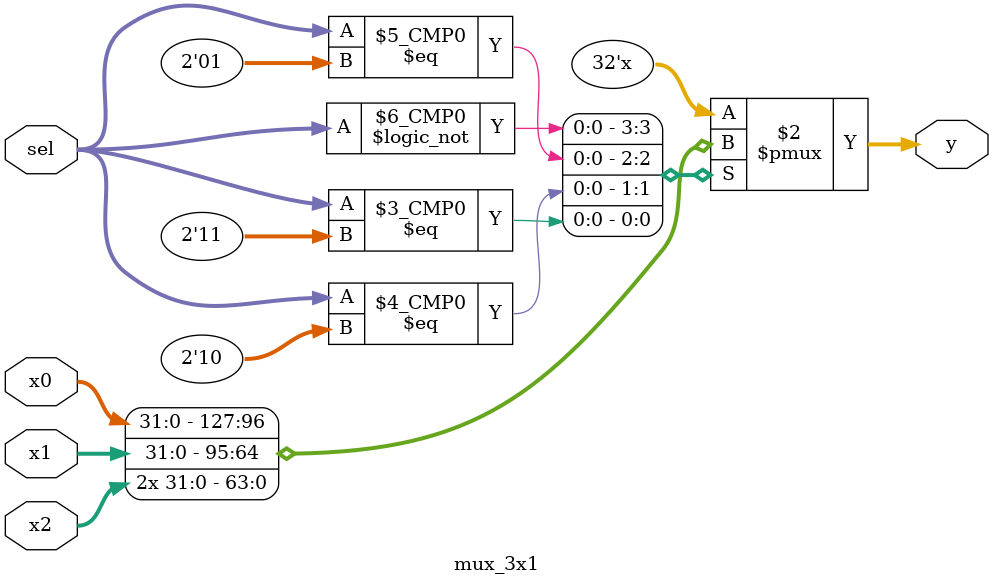
<source format=sv>
`timescale 1ns / 1ps

module mux_2x1 (
    input  logic        sel,
    input  logic [31:0] x0,
    input  logic [31:0] x1,
    output logic [31:0] y
);

    always_comb begin
        case (sel)
            1'b0: y = x0;
            1'b1: y = x1;
            default: y = 32'bx;
        endcase
    end
endmodule

// 3x1 Mux Module
module mux_3x1 (
    input  logic [ 1:0] sel,
    input  logic [31:0] x0,
    input  logic [31:0] x1,
    input  logic [31:0] x2,
    output logic [31:0] y
);

    always_comb begin
        case (sel)
            2'b00:   y = x0;
            2'b01:   y = x1;
            2'b10:   y = x2;
            2'b11:   y = x2;
            default: y = 32'bx;
        endcase
    end
endmodule

</source>
